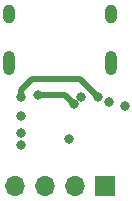
<source format=gbr>
G04 #@! TF.GenerationSoftware,KiCad,Pcbnew,(6.0.0)*
G04 #@! TF.CreationDate,2022-02-20T02:17:19+04:00*
G04 #@! TF.ProjectId,USB-C breakout,5553422d-4320-4627-9265-616b6f75742e,rev?*
G04 #@! TF.SameCoordinates,Original*
G04 #@! TF.FileFunction,Copper,L2,Bot*
G04 #@! TF.FilePolarity,Positive*
%FSLAX46Y46*%
G04 Gerber Fmt 4.6, Leading zero omitted, Abs format (unit mm)*
G04 Created by KiCad (PCBNEW (6.0.0)) date 2022-02-20 02:17:19*
%MOMM*%
%LPD*%
G01*
G04 APERTURE LIST*
G04 #@! TA.AperFunction,ComponentPad*
%ADD10R,1.700000X1.700000*%
G04 #@! TD*
G04 #@! TA.AperFunction,ComponentPad*
%ADD11O,1.700000X1.700000*%
G04 #@! TD*
G04 #@! TA.AperFunction,ComponentPad*
%ADD12O,1.000000X2.100000*%
G04 #@! TD*
G04 #@! TA.AperFunction,ComponentPad*
%ADD13O,1.000000X1.600000*%
G04 #@! TD*
G04 #@! TA.AperFunction,ViaPad*
%ADD14C,0.800000*%
G04 #@! TD*
G04 #@! TA.AperFunction,Conductor*
%ADD15C,0.500000*%
G04 #@! TD*
G04 APERTURE END LIST*
D10*
X116903500Y-66484500D03*
D11*
X114363500Y-66484500D03*
X111823500Y-66484500D03*
X109283500Y-66484500D03*
D12*
X108771500Y-56070500D03*
X117411500Y-56070500D03*
D13*
X117411500Y-51890500D03*
X108771500Y-51890500D03*
D14*
X116332000Y-58928000D03*
X109791500Y-58928000D03*
X117202001Y-59327999D03*
X118554500Y-59690000D03*
X109791500Y-60515500D03*
X109791500Y-61976000D03*
X109791500Y-62992000D03*
X111252000Y-58801000D03*
X114244500Y-59507500D03*
X113870500Y-62532500D03*
X114871500Y-58928000D03*
D15*
X109791500Y-58362315D02*
X110749815Y-57404000D01*
X109791500Y-58928000D02*
X109791500Y-58362315D01*
X114808000Y-57404000D02*
X116332000Y-58928000D01*
X110749815Y-57404000D02*
X114808000Y-57404000D01*
X113538000Y-58801000D02*
X114244500Y-59507500D01*
X111252000Y-58801000D02*
X113538000Y-58801000D01*
M02*

</source>
